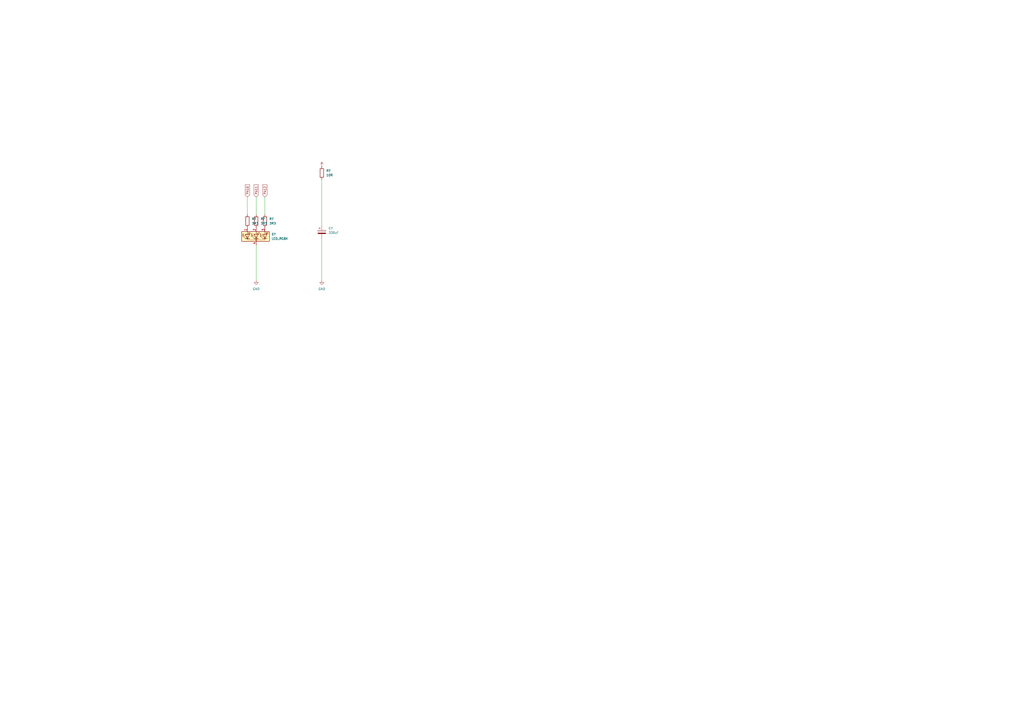
<source format=kicad_sch>
(kicad_sch (version 20250114) (generator "eeschema") (generator_version "9.0")
  (paper "A2")
  (lib_symbols
    (symbol "Device:C_Polarized" (pin_numbers (hide yes)) (pin_names (offset 0.254))
      (property "Reference" "C" (at 0.635 2.54 0))
      (property "Value" "C_Polarized" (at 0.635 -2.54 0))
      (symbol "C_Polarized_0_1"
        (rectangle (start -2.286 0.508) (end 2.286 1.016))
        (polyline (pts (xy -1.778 2.286) (xy -0.762 2.286)))
        (polyline (pts (xy -1.27 2.794) (xy -1.27 1.778)))
        (rectangle (start 2.286 -0.508) (end -2.286 -1.016) (fill (type outline)))
      )
      (symbol "C_Polarized_1_1"
        (pin passive line (at 0 3.81 270) (length 2.794) (name "~") (number "1"))
        (pin passive line (at 0 -3.81 90) (length 2.794) (name "~") (number "2"))
      )
    )
    (symbol "Device:LED_RGBK" (pin_names (offset 0) (hide yes))
      (property "Reference" "D" (at 0 9.398 0))
      (property "Value" "LED_RGBK" (at 0 -8.89 0))
      (symbol "LED_RGBK_0_0"
        (text "R" (at 1.905 3.81 0) (effects (font (size 1.27 1.27))))
        (text "G" (at 1.905 -1.27 0) (effects (font (size 1.27 1.27))))
        (text "B" (at 1.905 -6.35 0) (effects (font (size 1.27 1.27))))
      )
      (symbol "LED_RGBK_0_1"
        (circle (center -2.032 0) (radius 0.254) (fill (type outline)))
        (polyline (pts (xy -1.27 6.35) (xy -1.27 3.81)) (stroke (width 0.254)))
        (polyline (pts (xy -1.27 6.35) (xy -1.27 3.81) (xy -1.27 3.81)))
        (polyline (pts (xy -1.27 5.08) (xy 1.27 5.08)))
        (polyline (pts (xy -1.27 5.08) (xy -2.032 5.08) (xy -2.032 -5.08) (xy -1.016 -5.08)))
        (polyline (pts (xy -1.27 1.27) (xy -1.27 -1.27)) (stroke (width 0.254)))
        (polyline (pts (xy -1.27 1.27) (xy -1.27 -1.27) (xy -1.27 -1.27)))
        (polyline (pts (xy -1.27 0) (xy -2.54 0)))
        (polyline (pts (xy -1.27 -3.81) (xy -1.27 -6.35)) (stroke (width 0.254)))
        (polyline (pts (xy -1.27 -5.08) (xy 1.27 -5.08)))
        (polyline (pts (xy -1.016 6.35) (xy 0.508 7.874) (xy -0.254 7.874) (xy 0.508 7.874) (xy 0.508 7.112)))
        (polyline (pts (xy -1.016 1.27) (xy 0.508 2.794) (xy -0.254 2.794) (xy 0.508 2.794) (xy 0.508 2.032)))
        (polyline (pts (xy -1.016 -3.81) (xy 0.508 -2.286) (xy -0.254 -2.286) (xy 0.508 -2.286) (xy 0.508 -3.048)))
        (polyline (pts (xy 0 6.35) (xy 1.524 7.874) (xy 0.762 7.874) (xy 1.524 7.874) (xy 1.524 7.112)))
        (polyline (pts (xy 0 1.27) (xy 1.524 2.794) (xy 0.762 2.794) (xy 1.524 2.794) (xy 1.524 2.032)))
        (polyline (pts (xy 0 -3.81) (xy 1.524 -2.286) (xy 0.762 -2.286) (xy 1.524 -2.286) (xy 1.524 -3.048)))
        (polyline (pts (xy 1.27 6.35) (xy 1.27 3.81) (xy -1.27 5.08) (xy 1.27 6.35)) (stroke (width 0.254)))
        (rectangle (start 1.27 6.35) (end 1.27 6.35))
        (polyline (pts (xy 1.27 5.08) (xy 2.54 5.08)))
        (rectangle (start 1.27 3.81) (end 1.27 6.35))
        (polyline (pts (xy 1.27 1.27) (xy 1.27 -1.27) (xy -1.27 0) (xy 1.27 1.27)) (stroke (width 0.254)))
        (rectangle (start 1.27 1.27) (end 1.27 1.27))
        (polyline (pts (xy 1.27 0) (xy -1.27 0)))
        (polyline (pts (xy 1.27 0) (xy 2.54 0)))
        (rectangle (start 1.27 -1.27) (end 1.27 1.27))
        (polyline (pts (xy 1.27 -3.81) (xy 1.27 -6.35) (xy -1.27 -5.08) (xy 1.27 -3.81)) (stroke (width 0.254)))
        (polyline (pts (xy 1.27 -5.08) (xy 2.54 -5.08)))
        (rectangle (start 2.794 8.382) (end -2.794 -7.62) (stroke (width 0.254)) (fill (type background)))
      )
      (symbol "LED_RGBK_1_1"
        (pin passive line (at -5.08 0 0) (length 2.54) (name "K") (number "4"))
        (pin passive line (at 5.08 5.08 180) (length 2.54) (name "RA") (number "1"))
        (pin passive line (at 5.08 0 180) (length 2.54) (name "GA") (number "2"))
        (pin passive line (at 5.08 -5.08 180) (length 2.54) (name "BA") (number "3"))
      )
    )
    (symbol "Device:R" (pin_numbers (hide yes)) (pin_names (offset 0))
      (property "Reference" "R" (at 2.032 0 90))
      (property "Value" "R" (at 0 0 90))
      (symbol "R_0_1"
        (rectangle (start -1.016 -2.54) (end 1.016 2.54) (stroke (width 0.254)))
      )
      (symbol "R_1_1"
        (pin passive line (at 0 3.81 270) (length 1.27) (name "~") (number "1"))
        (pin passive line (at 0 -3.81 90) (length 1.27) (name "~") (number "2"))
      )
    )
    (symbol "power:+3V3" (power) (pin_numbers (hide yes)) (pin_names (offset 0) (hide yes))
      (property "Value" "+3V3" (at 0 3.556 0))
      (symbol "+3V3_0_1"
        (polyline (pts (xy -0.762 1.27) (xy 0 2.54)))
        (polyline (pts (xy 0 2.54) (xy 0.762 1.27)))
        (polyline (pts (xy 0 0) (xy 0 2.54)))
      )
      (symbol "+3V3_1_1"
        (pin power_in line (at 0 0 90) (length 0) (name "~") (number "1"))
      )
    )
    (symbol "power:GND" (power) (pin_numbers (hide yes)) (pin_names (offset 0) (hide yes))
      (property "Value" "GND" (at 0 -3.81 0))
      (symbol "GND_0_1"
        (polyline (pts (xy 0 0) (xy 0 -1.27) (xy 1.27 -1.27) (xy 0 -2.54) (xy -1.27 -1.27) (xy 0 -1.27)))
      )
      (symbol "GND_1_1"
        (pin power_in line (at 0 0 270) (length 0) (name "~") (number "1"))
      )
    )
  )
  (wire (pts (xy 186.69 104.14) (xy 186.69 130.81)))
  (wire (pts (xy 148.59 142.24) (xy 148.59 162.56)))
  (wire (pts (xy 153.67 114.3) (xy 153.67 124.46)))
  (wire (pts (xy 143.51 114.3) (xy 143.51 124.46)))
  (wire (pts (xy 186.69 162.56) (xy 186.69 138.43)))
  (wire (pts (xy 148.59 114.3) (xy 148.59 124.46)))
  (global_label "PA12" (shape input) (at 153.67 114.3 90) (property "Intersheetrefs" "${INTERSHEET_REFS}" (effects (hide yes))))
  (global_label "PA10" (shape input) (at 143.51 114.3 90) (property "Intersheetrefs" "${INTERSHEET_REFS}" (effects (hide yes))))
  (global_label "PA11" (shape input) (at 148.59 114.3 90) (property "Intersheetrefs" "${INTERSHEET_REFS}" (effects (hide yes))))
  (symbol (lib_id "Device:R") (at 148.59 128.27 0) (unit 1)
    (property "Reference" "R?" (at 151.13 126.9999 0) (effects (justify left)))
    (property "Value" "3R3" (at 151.13 129.5399 0) (effects (justify left)))
    (property "Description" "Resistor" (effects (hide yes)))
  )
  (symbol (lib_id "power:GND") (at 148.59 162.56 0) (unit 1)
    (property "Reference" "#PWR0102" (effects (hide yes)))
    (property "Value" "GND" (at 148.59 167.64 0))
    (property "Description" "Power symbol creates a global label with name \"GND\" , ground" (effects (hide yes)))
  )
  (symbol (lib_id "Device:R") (at 186.69 100.33 0) (unit 1)
    (property "Reference" "R?" (at 189.23 99.0599 0) (effects (justify left)))
    (property "Value" "10R" (at 189.23 101.5999 0) (effects (justify left)))
    (property "Description" "Resistor" (effects (hide yes)))
  )
  (symbol (lib_id "power:GND") (at 186.69 162.56 0) (unit 1)
    (property "Reference" "#PWR0103" (effects (hide yes)))
    (property "Value" "GND" (at 186.69 167.64 0))
    (property "Description" "Power symbol creates a global label with name \"GND\" , ground" (effects (hide yes)))
  )
  (symbol (lib_id "Device:R") (at 143.51 128.27 0) (unit 1)
    (property "Reference" "R?" (at 146.05 126.9999 0) (effects (justify left)))
    (property "Value" "3R3" (at 146.05 129.5399 0) (effects (justify left)))
    (property "Description" "Resistor" (effects (hide yes)))
  )
  (symbol (lib_id "Device:C_Polarized") (at 186.69 134.62 0) (unit 1)
    (property "Reference" "C?" (at 190.5 132.4609 0) (effects (justify left)))
    (property "Value" "330uF" (at 190.5 135.0009 0) (effects (justify left)))
    (property "Description" "Polarized capacitor" (effects (hide yes)))
  )
  (symbol (lib_id "Device:LED_RGBK") (at 148.59 137.16 90) (unit 1)
    (property "Reference" "D?" (at 157.48 135.8899 90) (effects (justify right)))
    (property "Value" "LED_RGBK" (at 157.48 138.4299 90) (effects (justify right)))
    (property "Description" "RGB LED, red/green/blue/cathode" (effects (hide yes)))
  )
  (symbol (lib_id "Device:R") (at 153.67 128.27 0) (unit 1)
    (property "Reference" "R?" (at 156.21 126.9999 0) (effects (justify left)))
    (property "Value" "3R3" (at 156.21 129.5399 0) (effects (justify left)))
    (property "Description" "Resistor" (effects (hide yes)))
  )
  (symbol (lib_id "power:+3V3") (at 186.69 96.52 0) (unit 1)
    (property "Reference" "#PWR0101" (effects (hide yes)))
    (property "Value" "+3V3" (effects (hide yes)))
    (property "Description" "Power symbol creates a global label with name \"+3V3\"" (effects (hide yes)))
  )
)
</source>
